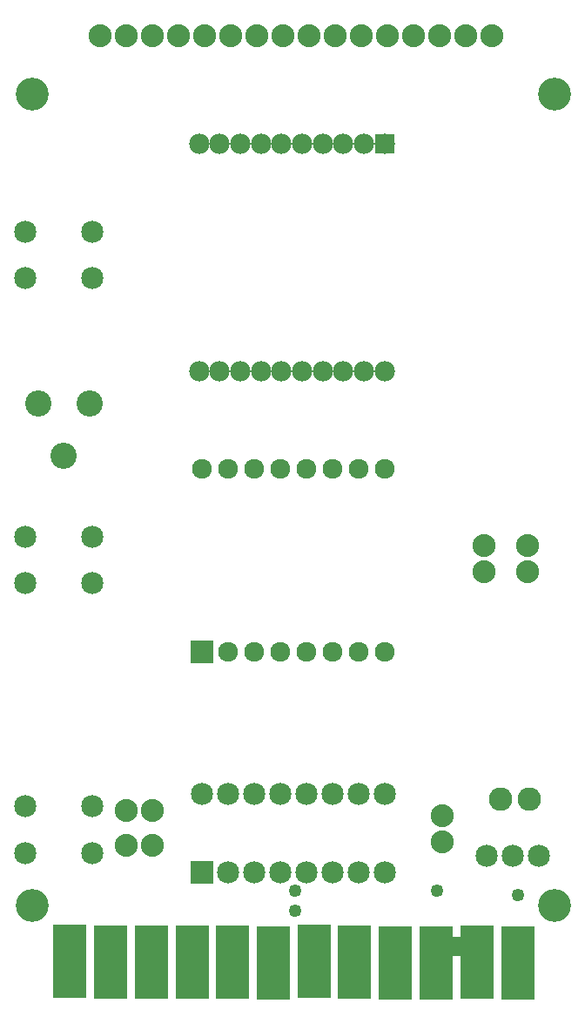
<source format=gbs>
G04 MADE WITH FRITZING*
G04 WWW.FRITZING.ORG*
G04 DOUBLE SIDED*
G04 HOLES PLATED*
G04 CONTOUR ON CENTER OF CONTOUR VECTOR*
%ASAXBY*%
%FSLAX23Y23*%
%MOIN*%
%OFA0B0*%
%SFA1.0B1.0*%
%ADD10C,0.090000*%
%ADD11C,0.049370*%
%ADD12C,0.100551*%
%ADD13C,0.085000*%
%ADD14C,0.088000*%
%ADD15C,0.126000*%
%ADD16C,0.078000*%
%ADD17C,0.075900*%
%ADD18R,0.129522X0.280594*%
%ADD19R,0.215594X0.076929*%
%ADD20R,0.061181X0.151823*%
%ADD21R,0.085000X0.085000*%
%ADD22R,0.078000X0.078000*%
%ADD23R,0.001000X0.001000*%
%LNMASK0*%
G90*
G70*
G54D10*
X2015Y768D03*
X1905Y768D03*
G54D11*
X1117Y344D03*
X1118Y419D03*
X1972Y402D03*
G54D12*
X232Y2084D03*
X332Y2284D03*
X136Y2284D03*
G54D13*
X763Y490D03*
X763Y790D03*
X863Y490D03*
X863Y790D03*
X963Y490D03*
X963Y790D03*
X1063Y490D03*
X1063Y790D03*
X1163Y490D03*
X1163Y790D03*
X1263Y490D03*
X1263Y790D03*
X1363Y490D03*
X1363Y790D03*
X1463Y490D03*
X1463Y790D03*
G54D14*
X2009Y1741D03*
X2009Y1641D03*
X1682Y706D03*
X1682Y606D03*
X1843Y1741D03*
X1843Y1641D03*
G54D15*
X2111Y362D03*
X112Y362D03*
X112Y3467D03*
X2111Y3467D03*
G54D13*
X340Y564D03*
X84Y564D03*
X340Y742D03*
X84Y742D03*
X340Y1596D03*
X84Y1596D03*
X340Y1773D03*
X84Y1773D03*
X340Y2762D03*
X84Y2762D03*
X340Y2939D03*
X84Y2939D03*
G54D16*
X1461Y3275D03*
X1382Y3275D03*
X1303Y3275D03*
X1224Y3275D03*
X1145Y3275D03*
X1066Y3275D03*
X987Y3275D03*
X908Y3275D03*
X829Y3275D03*
X750Y3275D03*
X750Y2405D03*
X829Y2405D03*
X908Y2405D03*
X987Y2405D03*
X1066Y2405D03*
X1145Y2405D03*
X1224Y2405D03*
X1303Y2405D03*
X1382Y2405D03*
X1461Y2405D03*
G54D14*
X1873Y3688D03*
X1773Y3688D03*
X1673Y3688D03*
X1573Y3688D03*
X1473Y3688D03*
X1373Y3688D03*
X1273Y3688D03*
X1173Y3688D03*
X1073Y3688D03*
X973Y3688D03*
X873Y3688D03*
X773Y3688D03*
X673Y3688D03*
X573Y3688D03*
X473Y3688D03*
X373Y3688D03*
G54D17*
X762Y1333D03*
X862Y1333D03*
X962Y1333D03*
X1062Y1333D03*
X1162Y1333D03*
X1262Y1333D03*
X1362Y1333D03*
X1462Y1334D03*
X762Y2033D03*
X862Y2033D03*
X962Y2033D03*
X1062Y2033D03*
X1162Y2033D03*
X1262Y2033D03*
X1362Y2033D03*
X1462Y2033D03*
G54D13*
X2052Y552D03*
X1952Y552D03*
X1852Y552D03*
G54D14*
X472Y725D03*
X572Y725D03*
X472Y594D03*
X572Y594D03*
G54D11*
X1662Y419D03*
G54D18*
X1659Y144D03*
G54D19*
X1733Y207D03*
G54D18*
X255Y150D03*
X1816Y146D03*
X1503Y144D03*
X1346Y147D03*
X1191Y148D03*
X1035Y144D03*
X879Y147D03*
X724Y146D03*
X568Y147D03*
X410Y146D03*
G54D20*
X1499Y158D03*
X415Y158D03*
X1971Y147D03*
X1024Y155D03*
X1194Y155D03*
X1671Y155D03*
X1345Y155D03*
X564Y155D03*
X1815Y155D03*
X873Y155D03*
X715Y155D03*
X232Y167D03*
G54D21*
X763Y490D03*
G54D18*
X1971Y143D03*
G54D22*
X1461Y3275D03*
G54D21*
X762Y1334D03*
G54D23*
X133Y2325D02*
X134Y2325D01*
X333Y2325D02*
X334Y2325D01*
X125Y2324D02*
X142Y2324D01*
X325Y2324D02*
X342Y2324D01*
X121Y2323D02*
X145Y2323D01*
X321Y2323D02*
X345Y2323D01*
X119Y2322D02*
X148Y2322D01*
X319Y2322D02*
X348Y2322D01*
X117Y2321D02*
X150Y2321D01*
X317Y2321D02*
X350Y2321D01*
X115Y2320D02*
X152Y2320D01*
X315Y2320D02*
X352Y2320D01*
X113Y2319D02*
X154Y2319D01*
X313Y2319D02*
X354Y2319D01*
X111Y2318D02*
X155Y2318D01*
X311Y2318D02*
X355Y2318D01*
X110Y2317D02*
X157Y2317D01*
X310Y2317D02*
X357Y2317D01*
X109Y2316D02*
X158Y2316D01*
X309Y2316D02*
X358Y2316D01*
X108Y2315D02*
X159Y2315D01*
X307Y2315D02*
X359Y2315D01*
X106Y2314D02*
X160Y2314D01*
X306Y2314D02*
X360Y2314D01*
X105Y2313D02*
X162Y2313D01*
X305Y2313D02*
X361Y2313D01*
X104Y2312D02*
X162Y2312D01*
X304Y2312D02*
X362Y2312D01*
X104Y2311D02*
X163Y2311D01*
X304Y2311D02*
X363Y2311D01*
X103Y2310D02*
X164Y2310D01*
X303Y2310D02*
X364Y2310D01*
X102Y2309D02*
X165Y2309D01*
X302Y2309D02*
X365Y2309D01*
X101Y2308D02*
X166Y2308D01*
X301Y2308D02*
X366Y2308D01*
X101Y2307D02*
X166Y2307D01*
X301Y2307D02*
X366Y2307D01*
X100Y2306D02*
X167Y2306D01*
X300Y2306D02*
X367Y2306D01*
X99Y2305D02*
X168Y2305D01*
X299Y2305D02*
X367Y2305D01*
X99Y2304D02*
X168Y2304D01*
X299Y2304D02*
X368Y2304D01*
X98Y2303D02*
X169Y2303D01*
X298Y2303D02*
X369Y2303D01*
X98Y2302D02*
X169Y2302D01*
X298Y2302D02*
X369Y2302D01*
X97Y2301D02*
X170Y2301D01*
X297Y2301D02*
X370Y2301D01*
X97Y2300D02*
X170Y2300D01*
X297Y2300D02*
X370Y2300D01*
X97Y2299D02*
X170Y2299D01*
X296Y2299D02*
X370Y2299D01*
X96Y2298D02*
X171Y2298D01*
X296Y2298D02*
X371Y2298D01*
X96Y2297D02*
X171Y2297D01*
X296Y2297D02*
X371Y2297D01*
X96Y2296D02*
X171Y2296D01*
X296Y2296D02*
X371Y2296D01*
X95Y2295D02*
X172Y2295D01*
X295Y2295D02*
X372Y2295D01*
X95Y2294D02*
X172Y2294D01*
X295Y2294D02*
X372Y2294D01*
X95Y2293D02*
X172Y2293D01*
X295Y2293D02*
X372Y2293D01*
X95Y2292D02*
X172Y2292D01*
X295Y2292D02*
X372Y2292D01*
X95Y2291D02*
X172Y2291D01*
X294Y2291D02*
X372Y2291D01*
X94Y2290D02*
X173Y2290D01*
X294Y2290D02*
X372Y2290D01*
X94Y2289D02*
X173Y2289D01*
X294Y2289D02*
X373Y2289D01*
X94Y2288D02*
X173Y2288D01*
X294Y2288D02*
X373Y2288D01*
X94Y2287D02*
X173Y2287D01*
X294Y2287D02*
X373Y2287D01*
X94Y2286D02*
X173Y2286D01*
X294Y2286D02*
X373Y2286D01*
X94Y2285D02*
X173Y2285D01*
X294Y2285D02*
X373Y2285D01*
X94Y2284D02*
X173Y2284D01*
X294Y2284D02*
X373Y2284D01*
X94Y2283D02*
X173Y2283D01*
X294Y2283D02*
X373Y2283D01*
X94Y2282D02*
X173Y2282D01*
X294Y2282D02*
X373Y2282D01*
X94Y2281D02*
X173Y2281D01*
X294Y2281D02*
X373Y2281D01*
X94Y2280D02*
X173Y2280D01*
X294Y2280D02*
X372Y2280D01*
X95Y2279D02*
X172Y2279D01*
X294Y2279D02*
X372Y2279D01*
X95Y2278D02*
X172Y2278D01*
X295Y2278D02*
X372Y2278D01*
X95Y2277D02*
X172Y2277D01*
X295Y2277D02*
X372Y2277D01*
X95Y2276D02*
X172Y2276D01*
X295Y2276D02*
X372Y2276D01*
X95Y2275D02*
X172Y2275D01*
X295Y2275D02*
X371Y2275D01*
X96Y2274D02*
X171Y2274D01*
X296Y2274D02*
X371Y2274D01*
X96Y2273D02*
X171Y2273D01*
X296Y2273D02*
X371Y2273D01*
X96Y2272D02*
X171Y2272D01*
X296Y2272D02*
X371Y2272D01*
X97Y2271D02*
X170Y2271D01*
X297Y2271D02*
X370Y2271D01*
X97Y2270D02*
X170Y2270D01*
X297Y2270D02*
X370Y2270D01*
X97Y2269D02*
X170Y2269D01*
X297Y2269D02*
X369Y2269D01*
X98Y2268D02*
X169Y2268D01*
X298Y2268D02*
X369Y2268D01*
X98Y2267D02*
X169Y2267D01*
X298Y2267D02*
X369Y2267D01*
X99Y2266D02*
X168Y2266D01*
X299Y2266D02*
X368Y2266D01*
X99Y2265D02*
X167Y2265D01*
X299Y2265D02*
X367Y2265D01*
X100Y2264D02*
X167Y2264D01*
X300Y2264D02*
X367Y2264D01*
X101Y2263D02*
X166Y2263D01*
X301Y2263D02*
X366Y2263D01*
X101Y2262D02*
X166Y2262D01*
X301Y2262D02*
X365Y2262D01*
X102Y2261D02*
X165Y2261D01*
X302Y2261D02*
X365Y2261D01*
X103Y2260D02*
X164Y2260D01*
X303Y2260D02*
X364Y2260D01*
X104Y2259D02*
X163Y2259D01*
X304Y2259D02*
X363Y2259D01*
X105Y2258D02*
X162Y2258D01*
X305Y2258D02*
X362Y2258D01*
X105Y2257D02*
X161Y2257D01*
X305Y2257D02*
X361Y2257D01*
X107Y2256D02*
X160Y2256D01*
X306Y2256D02*
X360Y2256D01*
X108Y2255D02*
X159Y2255D01*
X308Y2255D02*
X359Y2255D01*
X109Y2254D02*
X158Y2254D01*
X309Y2254D02*
X358Y2254D01*
X110Y2253D02*
X157Y2253D01*
X310Y2253D02*
X357Y2253D01*
X112Y2252D02*
X155Y2252D01*
X312Y2252D02*
X355Y2252D01*
X113Y2251D02*
X154Y2251D01*
X313Y2251D02*
X354Y2251D01*
X115Y2250D02*
X152Y2250D01*
X315Y2250D02*
X352Y2250D01*
X117Y2249D02*
X150Y2249D01*
X317Y2249D02*
X350Y2249D01*
X119Y2248D02*
X148Y2248D01*
X319Y2248D02*
X348Y2248D01*
X122Y2247D02*
X145Y2247D01*
X322Y2247D02*
X345Y2247D01*
X126Y2246D02*
X141Y2246D01*
X326Y2246D02*
X341Y2246D01*
X233Y2125D02*
X234Y2125D01*
X225Y2124D02*
X242Y2124D01*
X221Y2123D02*
X245Y2123D01*
X219Y2122D02*
X248Y2122D01*
X216Y2121D02*
X250Y2121D01*
X215Y2120D02*
X252Y2120D01*
X213Y2119D02*
X254Y2119D01*
X211Y2118D02*
X255Y2118D01*
X210Y2117D02*
X257Y2117D01*
X209Y2116D02*
X258Y2116D01*
X207Y2115D02*
X259Y2115D01*
X206Y2114D02*
X260Y2114D01*
X205Y2113D02*
X262Y2113D01*
X204Y2112D02*
X262Y2112D01*
X204Y2111D02*
X263Y2111D01*
X203Y2110D02*
X264Y2110D01*
X202Y2109D02*
X265Y2109D01*
X201Y2108D02*
X266Y2108D01*
X201Y2107D02*
X266Y2107D01*
X200Y2106D02*
X267Y2106D01*
X199Y2105D02*
X268Y2105D01*
X199Y2104D02*
X268Y2104D01*
X198Y2103D02*
X269Y2103D01*
X198Y2102D02*
X269Y2102D01*
X197Y2101D02*
X270Y2101D01*
X197Y2100D02*
X270Y2100D01*
X196Y2099D02*
X270Y2099D01*
X196Y2098D02*
X271Y2098D01*
X196Y2097D02*
X271Y2097D01*
X196Y2096D02*
X271Y2096D01*
X195Y2095D02*
X272Y2095D01*
X195Y2094D02*
X272Y2094D01*
X195Y2093D02*
X272Y2093D01*
X195Y2092D02*
X272Y2092D01*
X194Y2091D02*
X272Y2091D01*
X194Y2090D02*
X273Y2090D01*
X194Y2089D02*
X273Y2089D01*
X194Y2088D02*
X273Y2088D01*
X194Y2087D02*
X273Y2087D01*
X194Y2086D02*
X273Y2086D01*
X194Y2085D02*
X273Y2085D01*
X194Y2084D02*
X273Y2084D01*
X194Y2083D02*
X273Y2083D01*
X194Y2082D02*
X273Y2082D01*
X194Y2081D02*
X273Y2081D01*
X194Y2080D02*
X272Y2080D01*
X195Y2079D02*
X272Y2079D01*
X195Y2078D02*
X272Y2078D01*
X195Y2077D02*
X272Y2077D01*
X195Y2076D02*
X272Y2076D01*
X195Y2075D02*
X272Y2075D01*
X196Y2074D02*
X271Y2074D01*
X196Y2073D02*
X271Y2073D01*
X196Y2072D02*
X271Y2072D01*
X197Y2071D02*
X270Y2071D01*
X197Y2070D02*
X270Y2070D01*
X197Y2069D02*
X270Y2069D01*
X198Y2068D02*
X269Y2068D01*
X198Y2067D02*
X269Y2067D01*
X199Y2066D02*
X268Y2066D01*
X199Y2065D02*
X267Y2065D01*
X200Y2064D02*
X267Y2064D01*
X201Y2063D02*
X266Y2063D01*
X201Y2062D02*
X265Y2062D01*
X202Y2061D02*
X265Y2061D01*
X203Y2060D02*
X264Y2060D01*
X204Y2059D02*
X263Y2059D01*
X205Y2058D02*
X262Y2058D01*
X205Y2057D02*
X261Y2057D01*
X207Y2056D02*
X260Y2056D01*
X208Y2055D02*
X259Y2055D01*
X209Y2054D02*
X258Y2054D01*
X210Y2053D02*
X257Y2053D01*
X212Y2052D02*
X255Y2052D01*
X213Y2051D02*
X254Y2051D01*
X215Y2050D02*
X252Y2050D01*
X217Y2049D02*
X250Y2049D01*
X219Y2048D02*
X248Y2048D01*
X222Y2047D02*
X245Y2047D01*
X226Y2046D02*
X241Y2046D01*
D02*
G04 End of Mask0*
M02*
</source>
